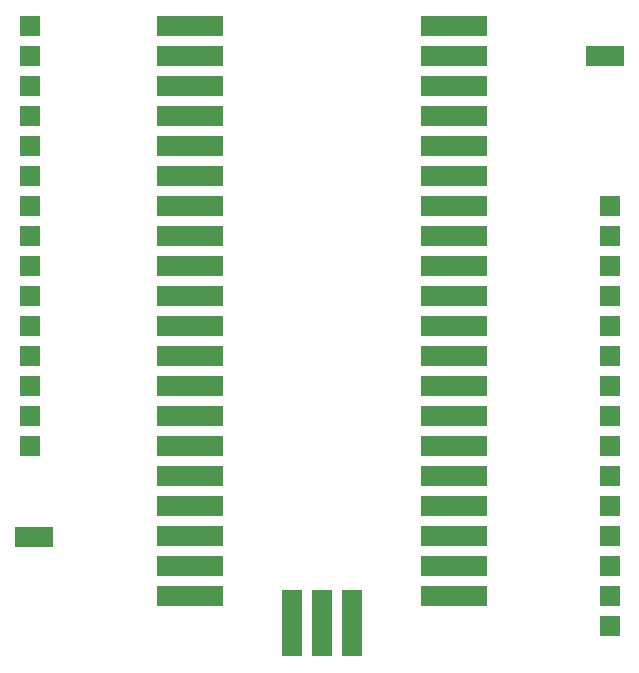
<source format=gts>
G04*
G04 #@! TF.GenerationSoftware,Altium Limited,Altium Designer,20.0.13 (296)*
G04*
G04 Layer_Color=8388736*
%FSLAX44Y44*%
%MOMM*%
G71*
G01*
G75*
%ADD17R,3.2032X1.7032*%
%ADD18R,1.7032X1.7032*%
%ADD19R,5.7032X1.7032*%
%ADD20R,1.7032X5.7032*%
D17*
X1076500Y1073500D02*
D03*
X593289Y666336D02*
D03*
D18*
X1080805Y590912D02*
D03*
Y946512D02*
D03*
Y921112D02*
D03*
Y895712D02*
D03*
Y870312D02*
D03*
Y844912D02*
D03*
Y819512D02*
D03*
Y794112D02*
D03*
Y768712D02*
D03*
Y743312D02*
D03*
Y717912D02*
D03*
Y692512D02*
D03*
Y667112D02*
D03*
Y641712D02*
D03*
Y616312D02*
D03*
X589933Y743550D02*
D03*
Y1099150D02*
D03*
Y1073750D02*
D03*
Y1048350D02*
D03*
Y1022950D02*
D03*
Y997550D02*
D03*
Y972150D02*
D03*
Y946750D02*
D03*
Y921350D02*
D03*
Y895950D02*
D03*
Y870550D02*
D03*
Y845150D02*
D03*
Y819750D02*
D03*
Y794350D02*
D03*
Y768950D02*
D03*
D19*
X948544Y666869D02*
D03*
Y641469D02*
D03*
Y616069D02*
D03*
X725019D02*
D03*
Y641469D02*
D03*
Y666869D02*
D03*
Y692269D02*
D03*
Y717669D02*
D03*
Y743069D02*
D03*
Y768469D02*
D03*
Y793869D02*
D03*
Y819269D02*
D03*
Y844669D02*
D03*
Y870069D02*
D03*
Y895469D02*
D03*
Y920869D02*
D03*
Y946269D02*
D03*
Y971669D02*
D03*
Y997069D02*
D03*
Y1022469D02*
D03*
Y1047869D02*
D03*
Y1073269D02*
D03*
Y1098669D02*
D03*
X948544Y692269D02*
D03*
Y717669D02*
D03*
Y743069D02*
D03*
Y768469D02*
D03*
Y793869D02*
D03*
Y819269D02*
D03*
Y844669D02*
D03*
Y870069D02*
D03*
Y895469D02*
D03*
Y920869D02*
D03*
Y946269D02*
D03*
Y971669D02*
D03*
Y997069D02*
D03*
Y1022469D02*
D03*
Y1047869D02*
D03*
Y1073269D02*
D03*
Y1098669D02*
D03*
D20*
X862182Y593207D02*
D03*
X836782D02*
D03*
X811382D02*
D03*
M02*

</source>
